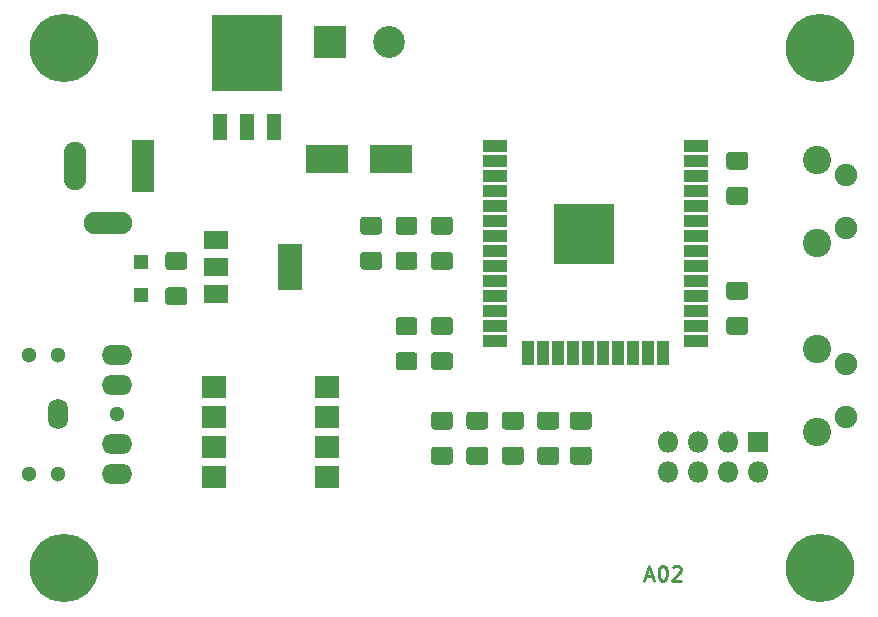
<source format=gbr>
%TF.GenerationSoftware,KiCad,Pcbnew,(5.1.6)-1*%
%TF.CreationDate,2020-09-26T11:25:42+02:00*%
%TF.ProjectId,ESP32MiniDrop,45535033-324d-4696-9e69-44726f702e6b,rev?*%
%TF.SameCoordinates,Original*%
%TF.FileFunction,Soldermask,Top*%
%TF.FilePolarity,Negative*%
%FSLAX46Y46*%
G04 Gerber Fmt 4.6, Leading zero omitted, Abs format (unit mm)*
G04 Created by KiCad (PCBNEW (5.1.6)-1) date 2020-09-26 11:25:42*
%MOMM*%
%LPD*%
G01*
G04 APERTURE LIST*
%ADD10C,0.250000*%
%ADD11C,1.300000*%
%ADD12O,2.600000X1.700000*%
%ADD13O,1.700000X2.600000*%
%ADD14C,2.400000*%
%ADD15C,1.900000*%
%ADD16R,1.900000X4.500000*%
%ADD17O,1.900000X4.100000*%
%ADD18O,4.100000X1.900000*%
%ADD19R,2.700000X2.700000*%
%ADD20C,2.700000*%
%ADD21R,2.100000X1.880000*%
%ADD22R,2.100000X1.000000*%
%ADD23R,1.000000X2.100000*%
%ADD24R,5.100000X5.100000*%
%ADD25C,5.800000*%
%ADD26O,1.800000X1.800000*%
%ADD27R,1.800000X1.800000*%
%ADD28R,1.200000X1.200000*%
%ADD29R,3.600000X2.400000*%
%ADD30R,2.100000X1.600000*%
%ADD31R,2.100000X3.900000*%
%ADD32R,5.900000X6.500000*%
%ADD33R,1.300000X2.300000*%
G04 APERTURE END LIST*
D10*
X54261904Y-49708333D02*
X54857142Y-49708333D01*
X54142857Y-50065476D02*
X54559523Y-48815476D01*
X54976190Y-50065476D01*
X55630952Y-48815476D02*
X55750000Y-48815476D01*
X55869047Y-48875000D01*
X55928571Y-48934523D01*
X55988095Y-49053571D01*
X56047619Y-49291666D01*
X56047619Y-49589285D01*
X55988095Y-49827380D01*
X55928571Y-49946428D01*
X55869047Y-50005952D01*
X55750000Y-50065476D01*
X55630952Y-50065476D01*
X55511904Y-50005952D01*
X55452380Y-49946428D01*
X55392857Y-49827380D01*
X55333333Y-49589285D01*
X55333333Y-49291666D01*
X55392857Y-49053571D01*
X55452380Y-48934523D01*
X55511904Y-48875000D01*
X55630952Y-48815476D01*
X56523809Y-48934523D02*
X56583333Y-48875000D01*
X56702380Y-48815476D01*
X57000000Y-48815476D01*
X57119047Y-48875000D01*
X57178571Y-48934523D01*
X57238095Y-49053571D01*
X57238095Y-49172619D01*
X57178571Y-49351190D01*
X56464285Y-50065476D01*
X57238095Y-50065476D01*
D11*
%TO.C,J3*%
X9500000Y-36000000D03*
X2000000Y-41000000D03*
X4500000Y-41000000D03*
X2000000Y-31000000D03*
X4500000Y-31000000D03*
D12*
X9500000Y-38500000D03*
X9500000Y-33500000D03*
X9500000Y-31000000D03*
X9500000Y-41000000D03*
D13*
X4500000Y-36000000D03*
%TD*%
D14*
%TO.C,SW2*%
X68755000Y-37505000D03*
X68755000Y-30495000D03*
D15*
X71245000Y-36250000D03*
X71245000Y-31750000D03*
%TD*%
D14*
%TO.C,SW1*%
X68755000Y-21505000D03*
X68755000Y-14495000D03*
D15*
X71245000Y-20250000D03*
X71245000Y-15750000D03*
%TD*%
D16*
%TO.C,J4*%
X11700000Y-15000000D03*
D17*
X5900000Y-15000000D03*
D18*
X8700000Y-19800000D03*
%TD*%
D19*
%TO.C,J2*%
X27500000Y-4500000D03*
D20*
X32500000Y-4500000D03*
%TD*%
D21*
%TO.C,U2*%
X17735000Y-41310000D03*
X27265000Y-33690000D03*
X17735000Y-38770000D03*
X27265000Y-36230000D03*
X17735000Y-36230000D03*
X27265000Y-38770000D03*
X17735000Y-33690000D03*
X27265000Y-41310000D03*
%TD*%
%TO.C,R3*%
G36*
G01*
X39342544Y-38725000D02*
X40657456Y-38725000D01*
G75*
G02*
X40925000Y-38992544I0J-267544D01*
G01*
X40925000Y-39982456D01*
G75*
G02*
X40657456Y-40250000I-267544J0D01*
G01*
X39342544Y-40250000D01*
G75*
G02*
X39075000Y-39982456I0J267544D01*
G01*
X39075000Y-38992544D01*
G75*
G02*
X39342544Y-38725000I267544J0D01*
G01*
G37*
G36*
G01*
X39342544Y-35750000D02*
X40657456Y-35750000D01*
G75*
G02*
X40925000Y-36017544I0J-267544D01*
G01*
X40925000Y-37007456D01*
G75*
G02*
X40657456Y-37275000I-267544J0D01*
G01*
X39342544Y-37275000D01*
G75*
G02*
X39075000Y-37007456I0J267544D01*
G01*
X39075000Y-36017544D01*
G75*
G02*
X39342544Y-35750000I267544J0D01*
G01*
G37*
%TD*%
D22*
%TO.C,U1*%
X58500000Y-13245000D03*
X58500000Y-14515000D03*
X58500000Y-15785000D03*
X58500000Y-17055000D03*
X58500000Y-18325000D03*
X58500000Y-19595000D03*
X58500000Y-20865000D03*
X58500000Y-22135000D03*
X58500000Y-23405000D03*
X58500000Y-24675000D03*
X58500000Y-25945000D03*
X58500000Y-27215000D03*
X58500000Y-28485000D03*
X58500000Y-29755000D03*
D23*
X55715000Y-30755000D03*
X54445000Y-30755000D03*
X53175000Y-30755000D03*
X51905000Y-30755000D03*
X50635000Y-30755000D03*
X49365000Y-30755000D03*
X48095000Y-30755000D03*
X46825000Y-30755000D03*
X45555000Y-30755000D03*
X44285000Y-30755000D03*
D22*
X41500000Y-29755000D03*
X41500000Y-28485000D03*
X41500000Y-27215000D03*
X41500000Y-25945000D03*
X41500000Y-24675000D03*
X41500000Y-23405000D03*
X41500000Y-22135000D03*
X41500000Y-20865000D03*
X41500000Y-19595000D03*
X41500000Y-18325000D03*
X41500000Y-17055000D03*
X41500000Y-15785000D03*
X41500000Y-14515000D03*
X41500000Y-13245000D03*
D24*
X49000000Y-20745000D03*
%TD*%
%TO.C,R5*%
G36*
G01*
X37657456Y-20775000D02*
X36342544Y-20775000D01*
G75*
G02*
X36075000Y-20507456I0J267544D01*
G01*
X36075000Y-19517544D01*
G75*
G02*
X36342544Y-19250000I267544J0D01*
G01*
X37657456Y-19250000D01*
G75*
G02*
X37925000Y-19517544I0J-267544D01*
G01*
X37925000Y-20507456D01*
G75*
G02*
X37657456Y-20775000I-267544J0D01*
G01*
G37*
G36*
G01*
X37657456Y-23750000D02*
X36342544Y-23750000D01*
G75*
G02*
X36075000Y-23482456I0J267544D01*
G01*
X36075000Y-22492544D01*
G75*
G02*
X36342544Y-22225000I267544J0D01*
G01*
X37657456Y-22225000D01*
G75*
G02*
X37925000Y-22492544I0J-267544D01*
G01*
X37925000Y-23482456D01*
G75*
G02*
X37657456Y-23750000I-267544J0D01*
G01*
G37*
%TD*%
%TO.C,R6*%
G36*
G01*
X43657456Y-37275000D02*
X42342544Y-37275000D01*
G75*
G02*
X42075000Y-37007456I0J267544D01*
G01*
X42075000Y-36017544D01*
G75*
G02*
X42342544Y-35750000I267544J0D01*
G01*
X43657456Y-35750000D01*
G75*
G02*
X43925000Y-36017544I0J-267544D01*
G01*
X43925000Y-37007456D01*
G75*
G02*
X43657456Y-37275000I-267544J0D01*
G01*
G37*
G36*
G01*
X43657456Y-40250000D02*
X42342544Y-40250000D01*
G75*
G02*
X42075000Y-39982456I0J267544D01*
G01*
X42075000Y-38992544D01*
G75*
G02*
X42342544Y-38725000I267544J0D01*
G01*
X43657456Y-38725000D01*
G75*
G02*
X43925000Y-38992544I0J-267544D01*
G01*
X43925000Y-39982456D01*
G75*
G02*
X43657456Y-40250000I-267544J0D01*
G01*
G37*
%TD*%
%TO.C,R4*%
G36*
G01*
X37657456Y-37275000D02*
X36342544Y-37275000D01*
G75*
G02*
X36075000Y-37007456I0J267544D01*
G01*
X36075000Y-36017544D01*
G75*
G02*
X36342544Y-35750000I267544J0D01*
G01*
X37657456Y-35750000D01*
G75*
G02*
X37925000Y-36017544I0J-267544D01*
G01*
X37925000Y-37007456D01*
G75*
G02*
X37657456Y-37275000I-267544J0D01*
G01*
G37*
G36*
G01*
X37657456Y-40250000D02*
X36342544Y-40250000D01*
G75*
G02*
X36075000Y-39982456I0J267544D01*
G01*
X36075000Y-38992544D01*
G75*
G02*
X36342544Y-38725000I267544J0D01*
G01*
X37657456Y-38725000D01*
G75*
G02*
X37925000Y-38992544I0J-267544D01*
G01*
X37925000Y-39982456D01*
G75*
G02*
X37657456Y-40250000I-267544J0D01*
G01*
G37*
%TD*%
%TO.C,R2*%
G36*
G01*
X46657456Y-37275000D02*
X45342544Y-37275000D01*
G75*
G02*
X45075000Y-37007456I0J267544D01*
G01*
X45075000Y-36017544D01*
G75*
G02*
X45342544Y-35750000I267544J0D01*
G01*
X46657456Y-35750000D01*
G75*
G02*
X46925000Y-36017544I0J-267544D01*
G01*
X46925000Y-37007456D01*
G75*
G02*
X46657456Y-37275000I-267544J0D01*
G01*
G37*
G36*
G01*
X46657456Y-40250000D02*
X45342544Y-40250000D01*
G75*
G02*
X45075000Y-39982456I0J267544D01*
G01*
X45075000Y-38992544D01*
G75*
G02*
X45342544Y-38725000I267544J0D01*
G01*
X46657456Y-38725000D01*
G75*
G02*
X46925000Y-38992544I0J-267544D01*
G01*
X46925000Y-39982456D01*
G75*
G02*
X46657456Y-40250000I-267544J0D01*
G01*
G37*
%TD*%
%TO.C,R1*%
G36*
G01*
X33342544Y-30725000D02*
X34657456Y-30725000D01*
G75*
G02*
X34925000Y-30992544I0J-267544D01*
G01*
X34925000Y-31982456D01*
G75*
G02*
X34657456Y-32250000I-267544J0D01*
G01*
X33342544Y-32250000D01*
G75*
G02*
X33075000Y-31982456I0J267544D01*
G01*
X33075000Y-30992544D01*
G75*
G02*
X33342544Y-30725000I267544J0D01*
G01*
G37*
G36*
G01*
X33342544Y-27750000D02*
X34657456Y-27750000D01*
G75*
G02*
X34925000Y-28017544I0J-267544D01*
G01*
X34925000Y-29007456D01*
G75*
G02*
X34657456Y-29275000I-267544J0D01*
G01*
X33342544Y-29275000D01*
G75*
G02*
X33075000Y-29007456I0J267544D01*
G01*
X33075000Y-28017544D01*
G75*
G02*
X33342544Y-27750000I267544J0D01*
G01*
G37*
%TD*%
%TO.C,C3*%
G36*
G01*
X34657456Y-20775000D02*
X33342544Y-20775000D01*
G75*
G02*
X33075000Y-20507456I0J267544D01*
G01*
X33075000Y-19517544D01*
G75*
G02*
X33342544Y-19250000I267544J0D01*
G01*
X34657456Y-19250000D01*
G75*
G02*
X34925000Y-19517544I0J-267544D01*
G01*
X34925000Y-20507456D01*
G75*
G02*
X34657456Y-20775000I-267544J0D01*
G01*
G37*
G36*
G01*
X34657456Y-23750000D02*
X33342544Y-23750000D01*
G75*
G02*
X33075000Y-23482456I0J267544D01*
G01*
X33075000Y-22492544D01*
G75*
G02*
X33342544Y-22225000I267544J0D01*
G01*
X34657456Y-22225000D01*
G75*
G02*
X34925000Y-22492544I0J-267544D01*
G01*
X34925000Y-23482456D01*
G75*
G02*
X34657456Y-23750000I-267544J0D01*
G01*
G37*
%TD*%
%TO.C,C4*%
G36*
G01*
X49407456Y-37275000D02*
X48092544Y-37275000D01*
G75*
G02*
X47825000Y-37007456I0J267544D01*
G01*
X47825000Y-36017544D01*
G75*
G02*
X48092544Y-35750000I267544J0D01*
G01*
X49407456Y-35750000D01*
G75*
G02*
X49675000Y-36017544I0J-267544D01*
G01*
X49675000Y-37007456D01*
G75*
G02*
X49407456Y-37275000I-267544J0D01*
G01*
G37*
G36*
G01*
X49407456Y-40250000D02*
X48092544Y-40250000D01*
G75*
G02*
X47825000Y-39982456I0J267544D01*
G01*
X47825000Y-38992544D01*
G75*
G02*
X48092544Y-38725000I267544J0D01*
G01*
X49407456Y-38725000D01*
G75*
G02*
X49675000Y-38992544I0J-267544D01*
G01*
X49675000Y-39982456D01*
G75*
G02*
X49407456Y-40250000I-267544J0D01*
G01*
G37*
%TD*%
%TO.C,C1*%
G36*
G01*
X36342544Y-30725000D02*
X37657456Y-30725000D01*
G75*
G02*
X37925000Y-30992544I0J-267544D01*
G01*
X37925000Y-31982456D01*
G75*
G02*
X37657456Y-32250000I-267544J0D01*
G01*
X36342544Y-32250000D01*
G75*
G02*
X36075000Y-31982456I0J267544D01*
G01*
X36075000Y-30992544D01*
G75*
G02*
X36342544Y-30725000I267544J0D01*
G01*
G37*
G36*
G01*
X36342544Y-27750000D02*
X37657456Y-27750000D01*
G75*
G02*
X37925000Y-28017544I0J-267544D01*
G01*
X37925000Y-29007456D01*
G75*
G02*
X37657456Y-29275000I-267544J0D01*
G01*
X36342544Y-29275000D01*
G75*
G02*
X36075000Y-29007456I0J267544D01*
G01*
X36075000Y-28017544D01*
G75*
G02*
X36342544Y-27750000I267544J0D01*
G01*
G37*
%TD*%
D25*
%TO.C,M4*%
X69000000Y-49000000D03*
%TD*%
%TO.C,M3*%
X5000000Y-49000000D03*
%TD*%
%TO.C,M2*%
X69000000Y-5000000D03*
%TD*%
%TO.C,M1*%
X5000000Y-5000000D03*
%TD*%
D26*
%TO.C,J1*%
X56134000Y-40894000D03*
X56134000Y-38354000D03*
X58674000Y-40894000D03*
X58674000Y-38354000D03*
X61214000Y-40894000D03*
X61214000Y-38354000D03*
X63754000Y-40894000D03*
D27*
X63754000Y-38354000D03*
%TD*%
%TO.C,C2*%
G36*
G01*
X30342544Y-22225000D02*
X31657456Y-22225000D01*
G75*
G02*
X31925000Y-22492544I0J-267544D01*
G01*
X31925000Y-23482456D01*
G75*
G02*
X31657456Y-23750000I-267544J0D01*
G01*
X30342544Y-23750000D01*
G75*
G02*
X30075000Y-23482456I0J267544D01*
G01*
X30075000Y-22492544D01*
G75*
G02*
X30342544Y-22225000I267544J0D01*
G01*
G37*
G36*
G01*
X30342544Y-19250000D02*
X31657456Y-19250000D01*
G75*
G02*
X31925000Y-19517544I0J-267544D01*
G01*
X31925000Y-20507456D01*
G75*
G02*
X31657456Y-20775000I-267544J0D01*
G01*
X30342544Y-20775000D01*
G75*
G02*
X30075000Y-20507456I0J267544D01*
G01*
X30075000Y-19517544D01*
G75*
G02*
X30342544Y-19250000I267544J0D01*
G01*
G37*
%TD*%
%TO.C,C5*%
G36*
G01*
X13842544Y-25225000D02*
X15157456Y-25225000D01*
G75*
G02*
X15425000Y-25492544I0J-267544D01*
G01*
X15425000Y-26482456D01*
G75*
G02*
X15157456Y-26750000I-267544J0D01*
G01*
X13842544Y-26750000D01*
G75*
G02*
X13575000Y-26482456I0J267544D01*
G01*
X13575000Y-25492544D01*
G75*
G02*
X13842544Y-25225000I267544J0D01*
G01*
G37*
G36*
G01*
X13842544Y-22250000D02*
X15157456Y-22250000D01*
G75*
G02*
X15425000Y-22517544I0J-267544D01*
G01*
X15425000Y-23507456D01*
G75*
G02*
X15157456Y-23775000I-267544J0D01*
G01*
X13842544Y-23775000D01*
G75*
G02*
X13575000Y-23507456I0J267544D01*
G01*
X13575000Y-22517544D01*
G75*
G02*
X13842544Y-22250000I267544J0D01*
G01*
G37*
%TD*%
%TO.C,D1*%
G36*
G01*
X62657456Y-26275000D02*
X61342544Y-26275000D01*
G75*
G02*
X61075000Y-26007456I0J267544D01*
G01*
X61075000Y-25017544D01*
G75*
G02*
X61342544Y-24750000I267544J0D01*
G01*
X62657456Y-24750000D01*
G75*
G02*
X62925000Y-25017544I0J-267544D01*
G01*
X62925000Y-26007456D01*
G75*
G02*
X62657456Y-26275000I-267544J0D01*
G01*
G37*
G36*
G01*
X62657456Y-29250000D02*
X61342544Y-29250000D01*
G75*
G02*
X61075000Y-28982456I0J267544D01*
G01*
X61075000Y-27992544D01*
G75*
G02*
X61342544Y-27725000I267544J0D01*
G01*
X62657456Y-27725000D01*
G75*
G02*
X62925000Y-27992544I0J-267544D01*
G01*
X62925000Y-28982456D01*
G75*
G02*
X62657456Y-29250000I-267544J0D01*
G01*
G37*
%TD*%
%TO.C,D2*%
G36*
G01*
X61342544Y-16725000D02*
X62657456Y-16725000D01*
G75*
G02*
X62925000Y-16992544I0J-267544D01*
G01*
X62925000Y-17982456D01*
G75*
G02*
X62657456Y-18250000I-267544J0D01*
G01*
X61342544Y-18250000D01*
G75*
G02*
X61075000Y-17982456I0J267544D01*
G01*
X61075000Y-16992544D01*
G75*
G02*
X61342544Y-16725000I267544J0D01*
G01*
G37*
G36*
G01*
X61342544Y-13750000D02*
X62657456Y-13750000D01*
G75*
G02*
X62925000Y-14017544I0J-267544D01*
G01*
X62925000Y-15007456D01*
G75*
G02*
X62657456Y-15275000I-267544J0D01*
G01*
X61342544Y-15275000D01*
G75*
G02*
X61075000Y-15007456I0J267544D01*
G01*
X61075000Y-14017544D01*
G75*
G02*
X61342544Y-13750000I267544J0D01*
G01*
G37*
%TD*%
D28*
%TO.C,D4*%
X11500000Y-23100000D03*
X11500000Y-25900000D03*
%TD*%
D29*
%TO.C,D3*%
X27300000Y-14400000D03*
X32700000Y-14400000D03*
%TD*%
D30*
%TO.C,U3*%
X17850000Y-21200000D03*
X17850000Y-25800000D03*
X17850000Y-23500000D03*
D31*
X24150000Y-23500000D03*
%TD*%
D32*
%TO.C,Q1*%
X20500000Y-5400000D03*
D33*
X22780000Y-11700000D03*
X20500000Y-11700000D03*
X18220000Y-11700000D03*
%TD*%
M02*

</source>
